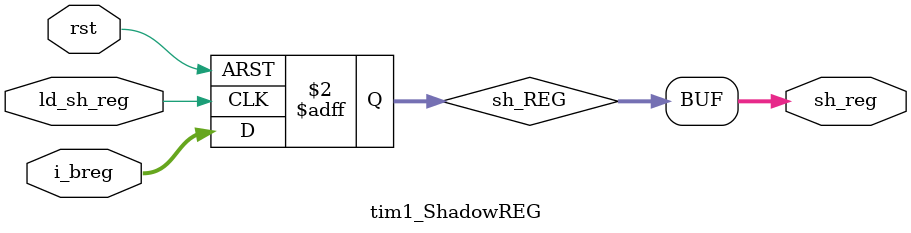
<source format=v>
module tim1_ShadowREG(
    input wire rst,

    input wire ld_sh_reg,       // Load Shadow Registers    
    input wire [15:0] i_breg,   // Input Buffer Register

    output wire [15:0] sh_reg   // Output Shadow Register
    );

reg [15:0] sh_REG; // Shadow Register

assign sh_reg = sh_REG;

always @(posedge ld_sh_reg or posedge rst) begin
    if (rst) begin
        sh_REG <= 0; 
    end
    else if (ld_sh_reg) begin 
       sh_REG <= i_breg; 
    end 
end


endmodule
</source>
